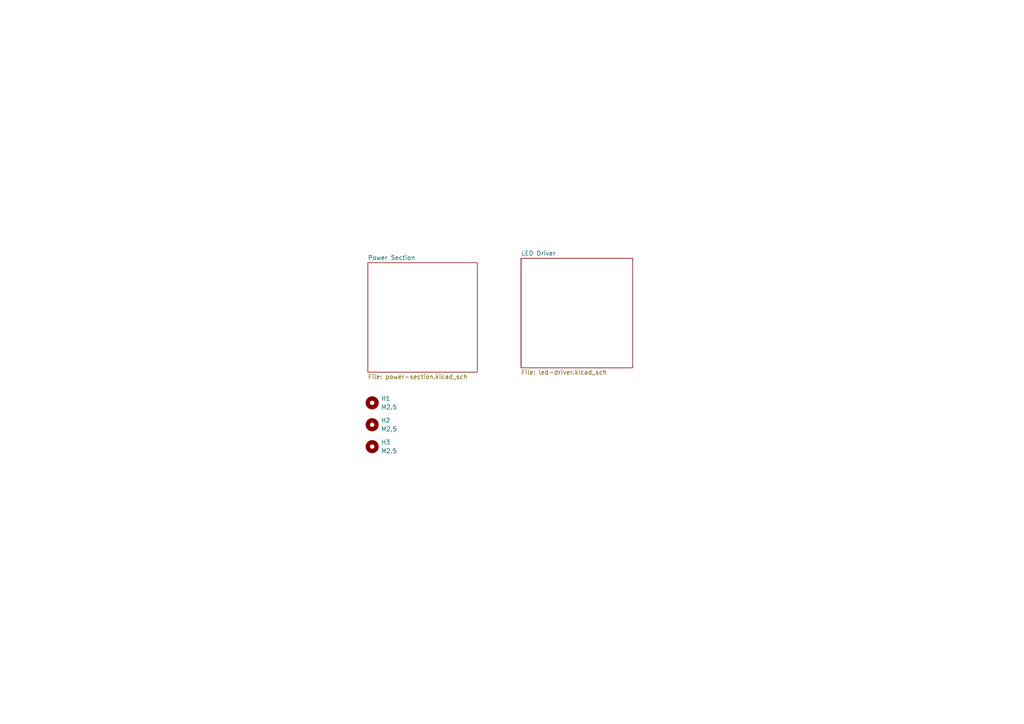
<source format=kicad_sch>
(kicad_sch (version 20231120) (generator "eeschema") (generator_version "8.0")
  (paper "A4")
  (title_block (title "UV Lamp Power Board") (date "2025-03-30") (rev "v2.0") (company "Szymon Wąchała"))
  (lib_symbols
    (symbol "Mechanical:MountingHole" (pin_names (offset 1.016)) (exclude_from_sim yes) (in_bom no)
      (property "Reference" "H" (at 0 5.08 0))
      (property "Value" "MountingHole" (at 0 3.175 0))
      (symbol "MountingHole_0_1"
        (circle (center 0 0) (radius 1.27) (stroke (width 1.27)))
      )
    )
  )
  (symbol (lib_id "Mechanical:MountingHole") (at 107.95 123.19 0) (unit 1) (exclude_from_sim yes) (in_bom no)
    (property "Reference" "H2" (at 110.49 121.9199 0) (effects (justify left)))
    (property "Value" "M2.5" (at 110.49 124.4599 0) (effects (justify left)))
    (property "Footprint" "MountingHole:MountingHole_2.7mm_M2.5" (effects (hide yes)))
    (property "Description" "Mounting Hole without connection" (effects (hide yes)))
  )
  (symbol (lib_id "Mechanical:MountingHole") (at 107.95 116.84 0) (unit 1) (exclude_from_sim yes) (in_bom no)
    (property "Reference" "H1" (at 110.49 115.5699 0) (effects (justify left)))
    (property "Value" "M2.5" (at 110.49 118.1099 0) (effects (justify left)))
    (property "Footprint" "MountingHole:MountingHole_2.7mm_M2.5" (effects (hide yes)))
    (property "Description" "Mounting Hole without connection" (effects (hide yes)))
  )
  (symbol (lib_id "Mechanical:MountingHole") (at 107.95 129.54 0) (unit 1) (exclude_from_sim yes) (in_bom no)
    (property "Reference" "H3" (at 110.49 128.2699 0) (effects (justify left)))
    (property "Value" "M2.5" (at 110.49 130.8099 0) (effects (justify left)))
    (property "Footprint" "MountingHole:MountingHole_2.7mm_M2.5" (effects (hide yes)))
    (property "Description" "Mounting Hole without connection" (effects (hide yes)))
  )
  (sheet (at 106.68 76.2) (size 31.75 31.75) (stroke (width 0.1524))
    (property "Sheetname" "Power Section" (at 106.68 75.4884 0) (effects (justify left bottom)))
    (property "Sheetfile" "power-section.kicad_sch" (at 106.68 108.5346 0) (effects (justify left top)))
  )
  (sheet (at 151.13 74.93) (size 32.385 31.75) (stroke (width 0.1524))
    (property "Sheetname" "LED Driver" (at 151.13 74.2184 0) (effects (justify left bottom)))
    (property "Sheetfile" "led-driver.kicad_sch" (at 151.13 107.2646 0) (effects (justify left top)))
  )
)
</source>
